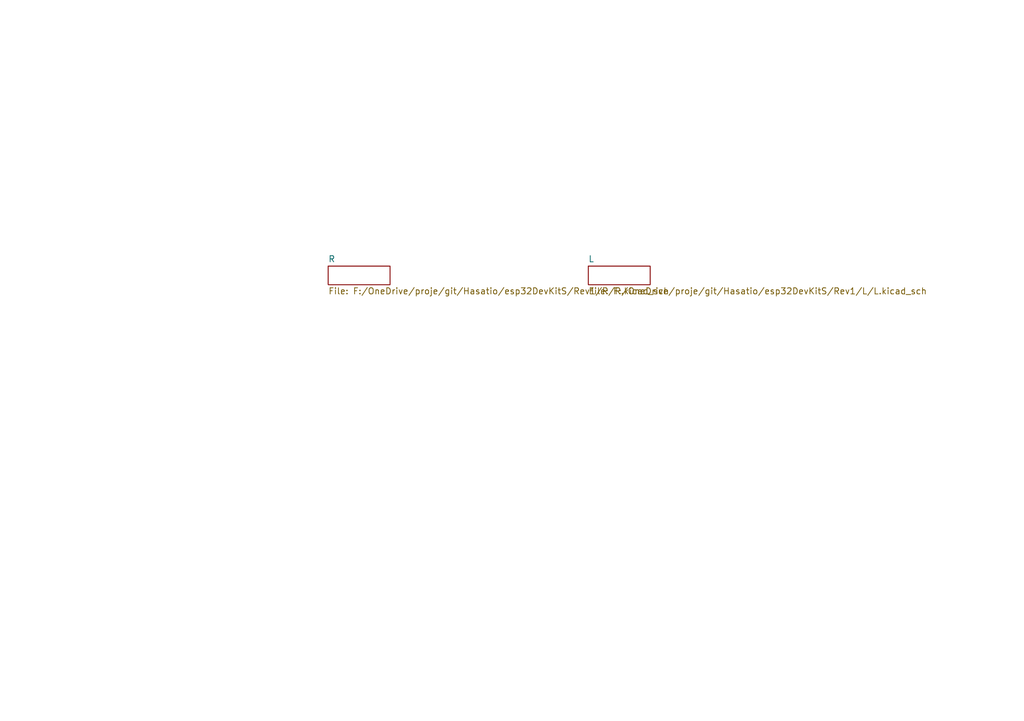
<source format=kicad_sch>
(kicad_sch (version 20230121) (generator eeschema)
  (paper "A5")
  (lib_symbols)
  (sheet (at 120.65 54.61) (size 12.7 3.81) (stroke (width 0.1524))
    (property "Sheetname" "L" (at 120.65 53.8984 0) (effects (justify left bottom)))
    (property "Sheetfile" "F:/OneDrive/proje/git/Hasatio/esp32DevKitS/Rev1/L/L.kicad_sch" (at 120.65 59.0046 0) (effects (justify left top)))
  )
  (sheet (at 67.31 54.61) (size 12.7 3.81) (stroke (width 0.1524))
    (property "Sheetname" "R" (at 67.31 53.8984 0) (effects (justify left bottom)))
    (property "Sheetfile" "F:/OneDrive/proje/git/Hasatio/esp32DevKitS/Rev1/R/R.kicad_sch" (at 67.31 59.0046 0) (effects (justify left top)))
  )
)
</source>
